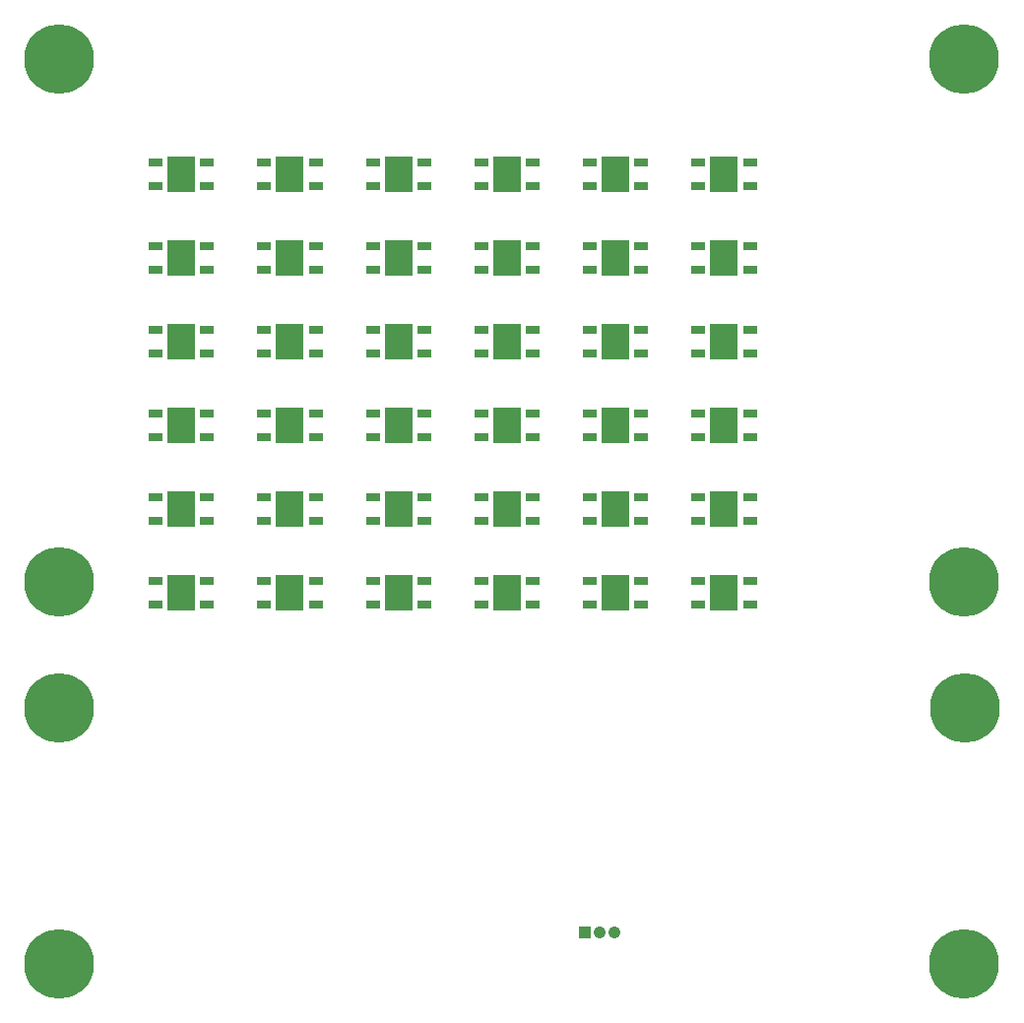
<source format=gbr>
G04*
G04 #@! TF.GenerationSoftware,Altium Limited,Altium Designer,24.1.2 (44)*
G04*
G04 Layer_Color=255*
%FSLAX44Y44*%
%MOMM*%
G71*
G04*
G04 #@! TF.SameCoordinates,5BE5AD36-3FF4-4A78-A3BF-1A6130355080*
G04*
G04*
G04 #@! TF.FilePolarity,Positive*
G04*
G01*
G75*
%ADD67C,6.0000*%
%ADD68C,0.8000*%
%ADD69R,1.0500X1.0500*%
%ADD70C,1.0500*%
%ADD74R,1.1938X0.7620*%
%ADD75R,2.4892X3.0988*%
D67*
X36000Y814000D02*
D03*
Y256000D02*
D03*
Y364000D02*
D03*
X814477Y256000D02*
D03*
X814000Y364000D02*
D03*
Y36000D02*
D03*
Y814000D02*
D03*
X36000Y36000D02*
D03*
D68*
X27252Y835120D02*
D03*
X14880Y805252D02*
D03*
X44748Y792880D02*
D03*
X57120Y822748D02*
D03*
X44748Y835120D02*
D03*
X14880Y822748D02*
D03*
X27252Y792880D02*
D03*
X57120Y805252D02*
D03*
X27252Y277120D02*
D03*
X14880Y247252D02*
D03*
X44748Y234880D02*
D03*
X57120Y264748D02*
D03*
X44748Y277120D02*
D03*
X14880Y264748D02*
D03*
X27252Y234880D02*
D03*
X57120Y247252D02*
D03*
X27252Y385120D02*
D03*
X14880Y355252D02*
D03*
X44748Y342880D02*
D03*
X57120Y372748D02*
D03*
X44748Y385120D02*
D03*
X14880Y372748D02*
D03*
X27252Y342880D02*
D03*
X57120Y355252D02*
D03*
X805729Y277120D02*
D03*
X793357Y247252D02*
D03*
X823225Y234880D02*
D03*
X835597Y264748D02*
D03*
X823225Y277120D02*
D03*
X793357Y264748D02*
D03*
X805729Y234880D02*
D03*
X835597Y247252D02*
D03*
X805252Y385120D02*
D03*
X792880Y355252D02*
D03*
X822748Y342880D02*
D03*
X835120Y372748D02*
D03*
X822748Y385120D02*
D03*
X792880Y372748D02*
D03*
X805252Y342880D02*
D03*
X835120Y355252D02*
D03*
X805252Y57120D02*
D03*
X792880Y27252D02*
D03*
X822748Y14880D02*
D03*
X835120Y44748D02*
D03*
X822748Y57120D02*
D03*
X792880Y44748D02*
D03*
X805252Y14880D02*
D03*
X835120Y27252D02*
D03*
X805252Y835120D02*
D03*
X792880Y805252D02*
D03*
X822748Y792880D02*
D03*
X835120Y822748D02*
D03*
X822748Y835120D02*
D03*
X792880Y822748D02*
D03*
X805252Y792880D02*
D03*
X835120Y805252D02*
D03*
X27252Y57120D02*
D03*
X14880Y27252D02*
D03*
X44748Y14880D02*
D03*
X57120Y44748D02*
D03*
X44748Y57120D02*
D03*
X14880Y44748D02*
D03*
X27252Y14880D02*
D03*
X57120Y27252D02*
D03*
D69*
X487680Y62820D02*
D03*
D70*
X500380D02*
D03*
X513080D02*
D03*
D74*
X163098Y705000D02*
D03*
X118902Y725000D02*
D03*
Y705000D02*
D03*
X163098Y725000D02*
D03*
Y653000D02*
D03*
X118902Y633000D02*
D03*
Y653000D02*
D03*
X163098Y633000D02*
D03*
X256438Y653000D02*
D03*
X212242Y633000D02*
D03*
Y653000D02*
D03*
X256438Y633000D02*
D03*
Y725000D02*
D03*
X212242Y705000D02*
D03*
Y725000D02*
D03*
X256438Y705000D02*
D03*
X349778Y653000D02*
D03*
X305582Y633000D02*
D03*
Y653000D02*
D03*
X349778Y633000D02*
D03*
Y705000D02*
D03*
X305582Y725000D02*
D03*
Y705000D02*
D03*
X349778Y725000D02*
D03*
X536458Y653000D02*
D03*
X492262Y633000D02*
D03*
Y653000D02*
D03*
X536458Y633000D02*
D03*
X443118D02*
D03*
X398922Y653000D02*
D03*
Y633000D02*
D03*
X443118Y653000D02*
D03*
Y725000D02*
D03*
X398922Y705000D02*
D03*
Y725000D02*
D03*
X443118Y705000D02*
D03*
X536458D02*
D03*
X492262Y725000D02*
D03*
Y705000D02*
D03*
X536458Y725000D02*
D03*
X629798Y705000D02*
D03*
X585602Y725000D02*
D03*
Y705000D02*
D03*
X629798Y725000D02*
D03*
Y653000D02*
D03*
X585602Y633000D02*
D03*
Y653000D02*
D03*
X629798Y633000D02*
D03*
Y581000D02*
D03*
X585602Y561000D02*
D03*
Y581000D02*
D03*
X629798Y561000D02*
D03*
X536458D02*
D03*
X492262Y581000D02*
D03*
Y561000D02*
D03*
X536458Y581000D02*
D03*
X443118D02*
D03*
X398922Y561000D02*
D03*
Y581000D02*
D03*
X443118Y561000D02*
D03*
X349778Y581000D02*
D03*
X305582Y561000D02*
D03*
Y581000D02*
D03*
X349778Y561000D02*
D03*
X256438Y581000D02*
D03*
X212242Y561000D02*
D03*
Y581000D02*
D03*
X256438Y561000D02*
D03*
X163098D02*
D03*
X118902Y581000D02*
D03*
Y561000D02*
D03*
X163098Y581000D02*
D03*
Y345000D02*
D03*
X118902Y365000D02*
D03*
Y345000D02*
D03*
X163098Y365000D02*
D03*
Y509000D02*
D03*
X118902Y489000D02*
D03*
Y509000D02*
D03*
X163098Y489000D02*
D03*
X256438Y509000D02*
D03*
X212242Y489000D02*
D03*
Y509000D02*
D03*
X256438Y489000D02*
D03*
X349778Y509000D02*
D03*
X305582Y489000D02*
D03*
Y509000D02*
D03*
X349778Y489000D02*
D03*
X256438Y365000D02*
D03*
X212242Y345000D02*
D03*
Y365000D02*
D03*
X256438Y345000D02*
D03*
X349778D02*
D03*
X305582Y365000D02*
D03*
Y345000D02*
D03*
X349778Y365000D02*
D03*
X443118Y345000D02*
D03*
X398922Y365000D02*
D03*
Y345000D02*
D03*
X443118Y365000D02*
D03*
X536458Y345000D02*
D03*
X492262Y365000D02*
D03*
Y345000D02*
D03*
X536458Y365000D02*
D03*
X629798D02*
D03*
X585602Y345000D02*
D03*
Y365000D02*
D03*
X629798Y345000D02*
D03*
X443118Y509000D02*
D03*
X398922Y489000D02*
D03*
Y509000D02*
D03*
X443118Y489000D02*
D03*
X536458Y509000D02*
D03*
X492262Y489000D02*
D03*
Y509000D02*
D03*
X536458Y489000D02*
D03*
X629798D02*
D03*
X585602Y509000D02*
D03*
Y489000D02*
D03*
X629798Y509000D02*
D03*
X163098Y437000D02*
D03*
X118902Y417000D02*
D03*
Y437000D02*
D03*
X163098Y417000D02*
D03*
X443118Y437000D02*
D03*
X398922Y417000D02*
D03*
Y437000D02*
D03*
X443118Y417000D02*
D03*
X536458Y437000D02*
D03*
X492262Y417000D02*
D03*
Y437000D02*
D03*
X536458Y417000D02*
D03*
X256438Y437000D02*
D03*
X212242Y417000D02*
D03*
Y437000D02*
D03*
X256438Y417000D02*
D03*
X349778Y437000D02*
D03*
X305582Y417000D02*
D03*
Y437000D02*
D03*
X349778Y417000D02*
D03*
X629798Y437000D02*
D03*
X585602Y417000D02*
D03*
Y437000D02*
D03*
X629798Y417000D02*
D03*
D75*
X141000Y715000D02*
D03*
Y643000D02*
D03*
X234340D02*
D03*
Y715000D02*
D03*
X327680Y643000D02*
D03*
Y715000D02*
D03*
X514360Y643000D02*
D03*
X421020D02*
D03*
Y715000D02*
D03*
X514360D02*
D03*
X607700D02*
D03*
Y643000D02*
D03*
Y571000D02*
D03*
X514360D02*
D03*
X421020D02*
D03*
X327680D02*
D03*
X234340D02*
D03*
X141000D02*
D03*
Y355000D02*
D03*
Y499000D02*
D03*
X234340D02*
D03*
X327680D02*
D03*
X234340Y355000D02*
D03*
X327680D02*
D03*
X421020D02*
D03*
X514360D02*
D03*
X607700D02*
D03*
X421020Y499000D02*
D03*
X514360D02*
D03*
X607700D02*
D03*
X141000Y427000D02*
D03*
X421020D02*
D03*
X514360D02*
D03*
X234340D02*
D03*
X327680D02*
D03*
X607700D02*
D03*
M02*

</source>
